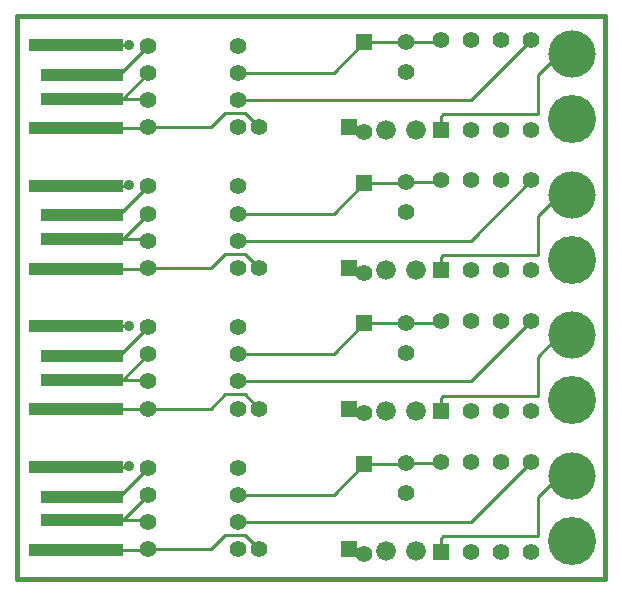
<source format=gtl>
G04 (created by PCBNEW-RS274X (2011-12-23 BZR 3325)-testing) date Sunday, March 18, 2012 02:45:14 AM*
G01*
G70*
G90*
%MOIN*%
G04 Gerber Fmt 3.4, Leading zero omitted, Abs format*
%FSLAX34Y34*%
G04 APERTURE LIST*
%ADD10C,0.006000*%
%ADD11C,0.015000*%
%ADD12R,0.315000X0.039400*%
%ADD13R,0.275600X0.039400*%
%ADD14C,0.160000*%
%ADD15C,0.157500*%
%ADD16C,0.055000*%
%ADD17R,0.055000X0.055000*%
%ADD18C,0.066000*%
%ADD19C,0.035000*%
%ADD20C,0.010000*%
G04 APERTURE END LIST*
G54D10*
G54D11*
X64370Y-42913D02*
X64370Y-24173D01*
X44764Y-42913D02*
X64370Y-42913D01*
X44764Y-24173D02*
X44764Y-42913D01*
X44764Y-24173D02*
X64370Y-24173D01*
G54D12*
X46732Y-25139D03*
X46732Y-27895D03*
G54D13*
X46929Y-26123D03*
X46929Y-26911D03*
G54D14*
X63267Y-27599D03*
G54D15*
X63267Y-25434D03*
G54D16*
X49130Y-26063D03*
X52130Y-26063D03*
X49130Y-25158D03*
X52130Y-25158D03*
X49130Y-26969D03*
X52130Y-26969D03*
X49130Y-27874D03*
X52130Y-27874D03*
G54D17*
X58893Y-27958D03*
G54D16*
X59893Y-27958D03*
X60893Y-27958D03*
X61893Y-27958D03*
X61893Y-24958D03*
X60893Y-24958D03*
X59893Y-24958D03*
X58893Y-24958D03*
G54D17*
X55831Y-27874D03*
G54D16*
X52831Y-27874D03*
G54D17*
X56339Y-25036D03*
G54D16*
X56339Y-28036D03*
X57717Y-25012D03*
X57717Y-26012D03*
G54D12*
X46732Y-29824D03*
X46732Y-32580D03*
G54D13*
X46929Y-30808D03*
X46929Y-31596D03*
G54D14*
X63267Y-32284D03*
G54D15*
X63267Y-30119D03*
G54D16*
X49130Y-30748D03*
X52130Y-30748D03*
X49130Y-29843D03*
X52130Y-29843D03*
X49130Y-31654D03*
X52130Y-31654D03*
X49130Y-32559D03*
X52130Y-32559D03*
G54D17*
X58893Y-32643D03*
G54D16*
X59893Y-32643D03*
X60893Y-32643D03*
X61893Y-32643D03*
X61893Y-29643D03*
X60893Y-29643D03*
X59893Y-29643D03*
X58893Y-29643D03*
G54D17*
X55831Y-32559D03*
G54D16*
X52831Y-32559D03*
G54D17*
X56339Y-29721D03*
G54D16*
X56339Y-32721D03*
X57717Y-29697D03*
X57717Y-30697D03*
G54D12*
X46732Y-34509D03*
X46732Y-37265D03*
G54D13*
X46929Y-35493D03*
X46929Y-36281D03*
G54D14*
X63267Y-36969D03*
G54D15*
X63267Y-34804D03*
G54D16*
X49130Y-35433D03*
X52130Y-35433D03*
X49130Y-34528D03*
X52130Y-34528D03*
X49130Y-36339D03*
X52130Y-36339D03*
X49130Y-37244D03*
X52130Y-37244D03*
G54D17*
X58893Y-37328D03*
G54D16*
X59893Y-37328D03*
X60893Y-37328D03*
X61893Y-37328D03*
X61893Y-34328D03*
X60893Y-34328D03*
X59893Y-34328D03*
X58893Y-34328D03*
G54D17*
X55831Y-37244D03*
G54D16*
X52831Y-37244D03*
G54D17*
X56339Y-34406D03*
G54D16*
X56339Y-37406D03*
X57717Y-34382D03*
X57717Y-35382D03*
G54D12*
X46732Y-39194D03*
X46732Y-41950D03*
G54D13*
X46929Y-40178D03*
X46929Y-40966D03*
G54D14*
X63267Y-41654D03*
G54D15*
X63267Y-39489D03*
G54D16*
X49130Y-40118D03*
X52130Y-40118D03*
X49130Y-39213D03*
X52130Y-39213D03*
X49130Y-41024D03*
X52130Y-41024D03*
X49130Y-41929D03*
X52130Y-41929D03*
G54D17*
X58893Y-42013D03*
G54D16*
X59893Y-42013D03*
X60893Y-42013D03*
X61893Y-42013D03*
X61893Y-39013D03*
X60893Y-39013D03*
X59893Y-39013D03*
X58893Y-39013D03*
G54D17*
X55831Y-41929D03*
G54D16*
X52831Y-41929D03*
G54D17*
X56339Y-39091D03*
G54D16*
X56339Y-42091D03*
X57717Y-39067D03*
X57717Y-40067D03*
G54D18*
X57059Y-42008D03*
X58059Y-42008D03*
X57059Y-37323D03*
X58059Y-37323D03*
X57059Y-32638D03*
X58059Y-32638D03*
X57059Y-27953D03*
X58059Y-27953D03*
G54D19*
X48504Y-39173D03*
X48504Y-29803D03*
X48504Y-25118D03*
X48504Y-34488D03*
G54D20*
X55312Y-30748D02*
X56339Y-29721D01*
X52130Y-30748D02*
X55312Y-30748D01*
X57693Y-29721D02*
X57717Y-29697D01*
X56339Y-29721D02*
X57693Y-29721D01*
X58839Y-29697D02*
X58893Y-29643D01*
X57717Y-29697D02*
X58839Y-29697D01*
X57717Y-25012D02*
X58839Y-25012D01*
X58839Y-25012D02*
X58893Y-24958D01*
X56339Y-25036D02*
X57693Y-25036D01*
X57693Y-25036D02*
X57717Y-25012D01*
X52130Y-26063D02*
X55312Y-26063D01*
X55312Y-26063D02*
X56339Y-25036D01*
X55312Y-40118D02*
X56339Y-39091D01*
X52130Y-40118D02*
X55312Y-40118D01*
X57693Y-39091D02*
X57717Y-39067D01*
X56339Y-39091D02*
X57693Y-39091D01*
X58839Y-39067D02*
X58893Y-39013D01*
X57717Y-39067D02*
X58839Y-39067D01*
X57717Y-34382D02*
X58839Y-34382D01*
X58839Y-34382D02*
X58893Y-34328D01*
X56339Y-34406D02*
X57693Y-34406D01*
X57693Y-34406D02*
X57717Y-34382D01*
X52130Y-35433D02*
X55312Y-35433D01*
X55312Y-35433D02*
X56339Y-34406D01*
X52359Y-27402D02*
X52831Y-27874D01*
X49130Y-27874D02*
X51221Y-27874D01*
X51693Y-27402D02*
X52359Y-27402D01*
X51221Y-27874D02*
X51693Y-27402D01*
X46732Y-27895D02*
X49109Y-27895D01*
X49109Y-27895D02*
X49130Y-27874D01*
X49109Y-32580D02*
X49130Y-32559D01*
X46732Y-32580D02*
X49109Y-32580D01*
X51221Y-32559D02*
X51693Y-32087D01*
X51693Y-32087D02*
X52359Y-32087D01*
X52359Y-32087D02*
X52831Y-32559D01*
X49130Y-32559D02*
X51221Y-32559D01*
X49130Y-41929D02*
X51221Y-41929D01*
X52359Y-41457D02*
X52831Y-41929D01*
X51693Y-41457D02*
X52359Y-41457D01*
X51221Y-41929D02*
X51693Y-41457D01*
X46732Y-41950D02*
X49109Y-41950D01*
X49109Y-41950D02*
X49130Y-41929D01*
X49109Y-37265D02*
X49130Y-37244D01*
X46732Y-37265D02*
X49109Y-37265D01*
X51221Y-37244D02*
X51693Y-36772D01*
X51693Y-36772D02*
X52359Y-36772D01*
X52359Y-36772D02*
X52831Y-37244D01*
X49130Y-37244D02*
X51221Y-37244D01*
X48483Y-39194D02*
X48504Y-39173D01*
X46732Y-34509D02*
X48483Y-34509D01*
X46732Y-25139D02*
X48483Y-25139D01*
X48483Y-29824D02*
X48504Y-29803D01*
X48483Y-25139D02*
X48504Y-25118D01*
X46732Y-29824D02*
X48483Y-29824D01*
X48483Y-34509D02*
X48504Y-34488D01*
X46732Y-39194D02*
X48483Y-39194D01*
X55831Y-27874D02*
X56177Y-27874D01*
X56177Y-37244D02*
X56339Y-37406D01*
X55831Y-41929D02*
X56177Y-41929D01*
X56177Y-41929D02*
X56339Y-42091D01*
X55831Y-37244D02*
X56177Y-37244D01*
X56177Y-32559D02*
X56339Y-32721D01*
X55831Y-32559D02*
X56177Y-32559D01*
X56177Y-27874D02*
X56339Y-28036D01*
X59882Y-26969D02*
X61893Y-24958D01*
X52130Y-26969D02*
X59882Y-26969D01*
X59882Y-31654D02*
X61893Y-29643D01*
X52130Y-31654D02*
X59882Y-31654D01*
X59882Y-36339D02*
X61893Y-34328D01*
X52130Y-36339D02*
X59882Y-36339D01*
X59882Y-41024D02*
X61893Y-39013D01*
X52130Y-41024D02*
X59882Y-41024D01*
X58893Y-27958D02*
X58893Y-27525D01*
X62834Y-25434D02*
X63267Y-25434D01*
X62126Y-26142D02*
X62834Y-25434D01*
X62126Y-27441D02*
X62126Y-26142D01*
X58977Y-27441D02*
X62126Y-27441D01*
X58893Y-27525D02*
X58977Y-27441D01*
X58893Y-32643D02*
X58893Y-32210D01*
X62834Y-30119D02*
X63267Y-30119D01*
X62126Y-30827D02*
X62834Y-30119D01*
X62126Y-32126D02*
X62126Y-30827D01*
X58977Y-32126D02*
X62126Y-32126D01*
X58893Y-32210D02*
X58977Y-32126D01*
X58893Y-41580D02*
X58977Y-41496D01*
X58977Y-41496D02*
X62126Y-41496D01*
X62126Y-41496D02*
X62126Y-40197D01*
X62126Y-40197D02*
X62834Y-39489D01*
X62834Y-39489D02*
X63267Y-39489D01*
X58893Y-42013D02*
X58893Y-41580D01*
X58893Y-36895D02*
X58977Y-36811D01*
X58977Y-36811D02*
X62126Y-36811D01*
X62126Y-36811D02*
X62126Y-35512D01*
X62126Y-35512D02*
X62834Y-34804D01*
X62834Y-34804D02*
X63267Y-34804D01*
X58893Y-37328D02*
X58893Y-36895D01*
X46929Y-30808D02*
X48165Y-30808D01*
X48165Y-30808D02*
X49130Y-29843D01*
X48165Y-26123D02*
X49130Y-25158D01*
X46929Y-26123D02*
X48165Y-26123D01*
X46929Y-35493D02*
X48165Y-35493D01*
X48165Y-35493D02*
X49130Y-34528D01*
X48165Y-40178D02*
X49130Y-39213D01*
X46929Y-40178D02*
X48165Y-40178D01*
X48282Y-26911D02*
X49130Y-26063D01*
X46929Y-26911D02*
X48282Y-26911D01*
X49072Y-26911D02*
X49130Y-26969D01*
X46929Y-26911D02*
X49072Y-26911D01*
X46929Y-31596D02*
X49072Y-31596D01*
X49072Y-31596D02*
X49130Y-31654D01*
X46929Y-31596D02*
X48282Y-31596D01*
X48282Y-31596D02*
X49130Y-30748D01*
X48282Y-36281D02*
X49130Y-35433D01*
X46929Y-36281D02*
X48282Y-36281D01*
X49072Y-36281D02*
X49130Y-36339D01*
X46929Y-36281D02*
X49072Y-36281D01*
X46929Y-40966D02*
X49072Y-40966D01*
X49072Y-40966D02*
X49130Y-41024D01*
X46929Y-40966D02*
X48282Y-40966D01*
X48282Y-40966D02*
X49130Y-40118D01*
M02*

</source>
